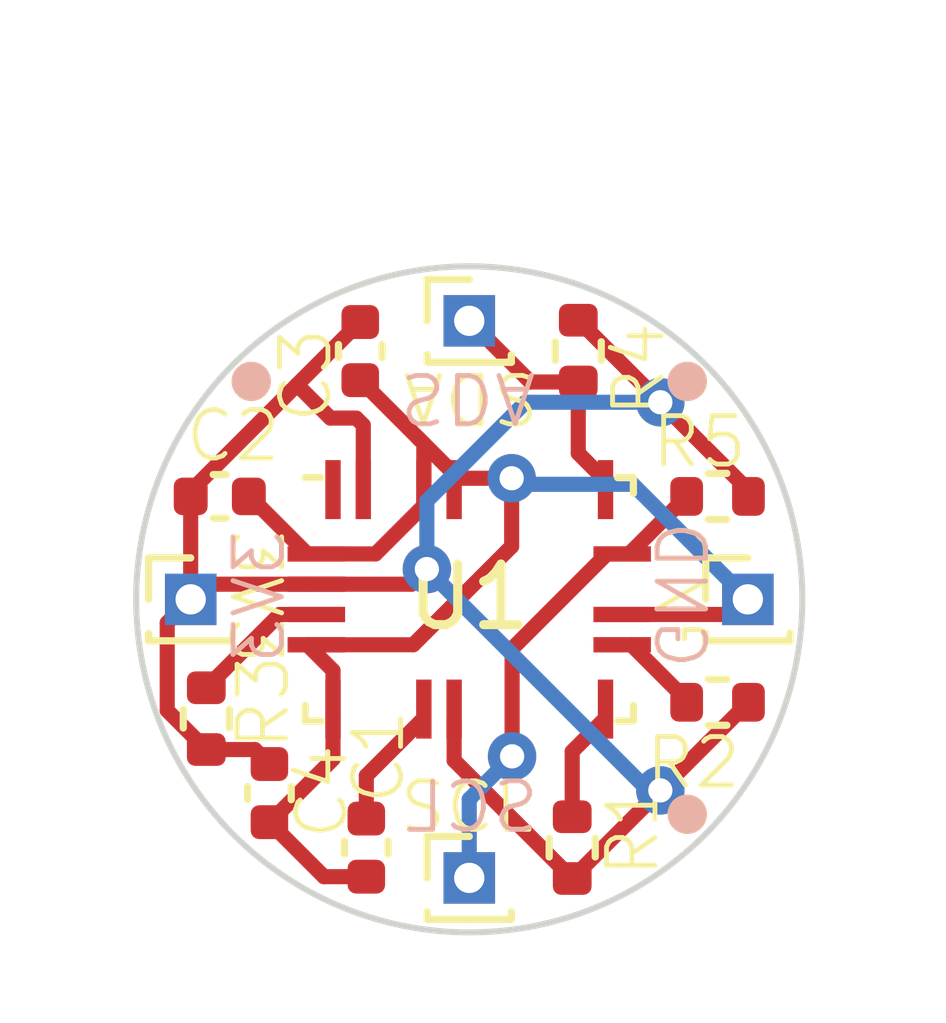
<source format=kicad_pcb>
(kicad_pcb (version 20221018) (generator pcbnew)
  (title_block (title "BNO08x Interface Board") (date "2023-08-18") (comment 1 "Author: Toby Godfey"))
  (layers (0 "F.Cu" signal) (31 "B.Cu" signal) (34 "B.Paste" user) (35 "F.Paste" user) (36 "B.SilkS" user "B.Silkscreen") (37 "F.SilkS" user "F.Silkscreen") (38 "B.Mask" user) (39 "F.Mask" user) (44 "Edge.Cuts" user))
  (net 0 "")
  (net 1 "GND")
  (net 2 "Net-(U1-CAP)")
  (net 3 "+3.3V")
  (net 4 "Net-(J1-Pin_1)")
  (net 5 "Net-(J2-Pin_1)")
  (net 6 "Net-(U1-ENV_SCL)")
  (net 7 "Net-(U1-ENV_SDA)")
  (net 8 "Net-(U1-BOOTN)")
  (footprint "Connector_PinHeader_1.00mm:PinHeader_1x01_P1.00mm_Vertical" (layer "F.Cu") (at 148.5 101.8)
    (fp_text reference "J3" hide)
    (fp_text value "PIN_3V3")
    (fp_line (start -0.695 -0.685) (end 0 -0.685) (stroke (width 0.12)) (layer "F.SilkS"))
    (fp_line (start -0.695 0) (end -0.695 -0.685) (stroke (width 0.12)) (layer "F.SilkS"))
    (fp_line (start -0.695 0.685) (end -0.695 0.56) (stroke (width 0.12)) (layer "F.SilkS"))
    (fp_line (start -0.695 0.685) (end -0.608276 0.685) (stroke (width 0.12)) (layer "F.SilkS"))
    (fp_line (start -0.695 0.685) (end 0.695 0.685) (stroke (width 0.12)) (layer "F.SilkS"))
    (fp_line (start 0.608276 0.685) (end 0.695 0.685) (stroke (width 0.12)) (layer "F.SilkS"))
    (fp_line (start 0.695 0.685) (end 0.695 0.56) (stroke (width 0.12)) (layer "F.SilkS"))
    (pad "1" thru_hole rect (at 0 0) (size 0.85 0.85) (drill 0.5) (layers "*.Cu" "*.Mask") (net 3 "+3.3V"))
  )
  (footprint "Resistor_SMD:R_0402_1005Metric" (layer "F.Cu") (at 154.8 105.9 90)
    (fp_text reference "R1" (at 0.3 1 90) (layer "F.SilkS") (effects (font (size 0.8 0.8) (thickness 0.08))))
    (fp_text value "2.2k")
    (fp_line (start -0.153641 -0.38) (end 0.153641 -0.38) (stroke (width 0.12)) (layer "F.SilkS"))
    (fp_line (start -0.153641 0.38) (end 0.153641 0.38) (stroke (width 0.12)) (layer "F.SilkS"))
    (pad "1" smd roundrect (at -0.51 0 90) (size 0.54 0.64) (layers "F.Cu" "F.Paste" "F.Mask") (net 3 "+3.3V"))
    (pad "2" smd roundrect (at 0.51 0 90) (size 0.54 0.64) (layers "F.Cu" "F.Paste" "F.Mask") (net 6 "Net-(U1-ENV_SCL)"))
  )
  (footprint "Capacitor_SMD:C_0402_1005Metric" (layer "F.Cu") (at 149.8 105 90)
    (fp_text reference "C4" (at 0.019168 0.865749 90) (layer "F.SilkS") (effects (font (size 0.8 0.8) (thickness 0.08))))
    (fp_text value "100nF")
    (fp_line (start -0.107836 -0.36) (end 0.107836 -0.36) (stroke (width 0.12)) (layer "F.SilkS"))
    (fp_line (start -0.107836 0.36) (end 0.107836 0.36) (stroke (width 0.12)) (layer "F.SilkS"))
    (pad "1" smd roundrect (at -0.48 0 90) (size 0.56 0.62) (layers "F.Cu" "F.Paste" "F.Mask") (net 1 "GND"))
    (pad "2" smd roundrect (at 0.48 0 90) (size 0.56 0.62) (layers "F.Cu" "F.Paste" "F.Mask") (net 3 "+3.3V"))
  )
  (footprint "Connector_PinHeader_1.00mm:PinHeader_1x01_P1.00mm_Vertical" (layer "F.Cu") (at 153.1 106.4)
    (fp_text reference "J2" hide)
    (fp_text value "PIN_SCL")
    (fp_line (start -0.695 -0.685) (end 0 -0.685) (stroke (width 0.12)) (layer "F.SilkS"))
    (fp_line (start -0.695 0) (end -0.695 -0.685) (stroke (width 0.12)) (layer "F.SilkS"))
    (fp_line (start -0.695 0.685) (end -0.695 0.56) (stroke (width 0.12)) (layer "F.SilkS"))
    (fp_line (start -0.695 0.685) (end -0.608276 0.685) (stroke (width 0.12)) (layer "F.SilkS"))
    (fp_line (start -0.695 0.685) (end 0.695 0.685) (stroke (width 0.12)) (layer "F.SilkS"))
    (fp_line (start 0.608276 0.685) (end 0.695 0.685) (stroke (width 0.12)) (layer "F.SilkS"))
    (fp_line (start 0.695 0.685) (end 0.695 0.56) (stroke (width 0.12)) (layer "F.SilkS"))
    (pad "1" thru_hole rect (at 0 0) (size 0.85 0.85) (drill 0.5) (layers "*.Cu" "*.Mask") (net 5 "Net-(J2-Pin_1)"))
  )
  (footprint "Resistor_SMD:R_0402_1005Metric" (layer "F.Cu") (at 157.2 103.5)
    (fp_text reference "R2" (at -0.4 1) (layer "F.SilkS") (effects (font (size 0.8 0.8) (thickness 0.08))))
    (fp_text value "2.2k")
    (fp_line (start -0.153641 -0.38) (end 0.153641 -0.38) (stroke (width 0.12)) (layer "F.SilkS"))
    (fp_line (start -0.153641 0.38) (end 0.153641 0.38) (stroke (width 0.12)) (layer "F.SilkS"))
    (pad "1" smd roundrect (at -0.51 0) (size 0.54 0.64) (layers "F.Cu" "F.Paste" "F.Mask") (net 7 "Net-(U1-ENV_SDA)"))
    (pad "2" smd roundrect (at 0.51 0) (size 0.54 0.64) (layers "F.Cu" "F.Paste" "F.Mask") (net 3 "+3.3V"))
  )
  (footprint "Resistor_SMD:R_0402_1005Metric" (layer "F.Cu") (at 157.2 100.1)
    (fp_text reference "R5" (at -0.3 -0.9) (layer "F.SilkS") (effects (font (size 0.8 0.8) (thickness 0.08))))
    (fp_text value "2.2k")
    (fp_line (start -0.153641 -0.38) (end 0.153641 -0.38) (stroke (width 0.12)) (layer "F.SilkS"))
    (fp_line (start -0.153641 0.38) (end 0.153641 0.38) (stroke (width 0.12)) (layer "F.SilkS"))
    (pad "1" smd roundrect (at -0.51 0) (size 0.54 0.64) (layers "F.Cu" "F.Paste" "F.Mask") (net 5 "Net-(J2-Pin_1)"))
    (pad "2" smd roundrect (at 0.51 0) (size 0.54 0.64) (layers "F.Cu" "F.Paste" "F.Mask") (net 3 "+3.3V"))
  )
  (footprint "Resistor_SMD:R_0402_1005Metric" (layer "F.Cu") (at 154.9 97.7 -90)
    (fp_text reference "R4" (at 0.3 -1 90) (layer "F.SilkS") (effects (font (size 0.8 0.8) (thickness 0.08))))
    (fp_text value "2.2k")
    (fp_line (start -0.153641 -0.38) (end 0.153641 -0.38) (stroke (width 0.12)) (layer "F.SilkS"))
    (fp_line (start -0.153641 0.38) (end 0.153641 0.38) (stroke (width 0.12)) (layer "F.SilkS"))
    (pad "1" smd roundrect (at -0.51 0 270) (size 0.54 0.64) (layers "F.Cu" "F.Paste" "F.Mask") (net 3 "+3.3V"))
    (pad "2" smd roundrect (at 0.51 0 270) (size 0.54 0.64) (layers "F.Cu" "F.Paste" "F.Mask") (net 4 "Net-(J1-Pin_1)"))
  )
  (footprint "Resistor_SMD:R_0402_1005Metric" (layer "F.Cu") (at 148.757442 103.770205 -90)
    (fp_text reference "R3" (at -0.270205 -0.942558 -90) (layer "F.SilkS") (effects (font (size 0.8 0.8) (thickness 0.08))))
    (fp_text value "10k")
    (fp_line (start -0.153641 -0.38) (end 0.153641 -0.38) (stroke (width 0.12)) (layer "F.SilkS"))
    (fp_line (start -0.153641 0.38) (end 0.153641 0.38) (stroke (width 0.12)) (layer "F.SilkS"))
    (pad "1" smd roundrect (at -0.51 0 270) (size 0.54 0.64) (layers "F.Cu" "F.Paste" "F.Mask") (net 8 "Net-(U1-BOOTN)"))
    (pad "2" smd roundrect (at 0.51 0 270) (size 0.54 0.64) (layers "F.Cu" "F.Paste" "F.Mask") (net 3 "+3.3V"))
  )
  (footprint "Capacitor_SMD:C_0402_1005Metric" (layer "F.Cu") (at 148.98 100.1)
    (fp_text reference "C2" (at 0.22 -1) (layer "F.SilkS") (effects (font (size 0.8 0.8) (thickness 0.08))))
    (fp_text value "10nF")
    (fp_line (start -0.107836 -0.36) (end 0.107836 -0.36) (stroke (width 0.12)) (layer "F.SilkS"))
    (fp_line (start -0.107836 0.36) (end 0.107836 0.36) (stroke (width 0.12)) (layer "F.SilkS"))
    (pad "1" smd roundrect (at -0.48 0) (size 0.56 0.62) (layers "F.Cu" "F.Paste" "F.Mask") (net 3 "+3.3V"))
    (pad "2" smd roundrect (at 0.48 0) (size 0.56 0.62) (layers "F.Cu" "F.Paste" "F.Mask") (net 1 "GND"))
  )
  (footprint "Capacitor_SMD:C_0402_1005Metric" (layer "F.Cu") (at 151.4 105.9 90)
    (fp_text reference "C1" (at 1.5 0.2 270) (layer "F.SilkS") (effects (font (size 0.8 0.8) (thickness 0.08))))
    (fp_text value "100nF")
    (fp_line (start -0.107836 -0.36) (end 0.107836 -0.36) (stroke (width 0.12)) (layer "F.SilkS"))
    (fp_line (start -0.107836 0.36) (end 0.107836 0.36) (stroke (width 0.12)) (layer "F.SilkS"))
    (pad "1" smd roundrect (at -0.48 0 90) (size 0.56 0.62) (layers "F.Cu" "F.Paste" "F.Mask") (net 1 "GND"))
    (pad "2" smd roundrect (at 0.48 0 90) (size 0.56 0.62) (layers "F.Cu" "F.Paste" "F.Mask") (net 2 "Net-(U1-CAP)"))
  )
  (footprint "Connector_PinHeader_1.00mm:PinHeader_1x01_P1.00mm_Vertical" (layer "F.Cu") (at 153.1 97.2)
    (fp_text reference "J1" hide)
    (fp_text value "PIN_SDA")
    (fp_line (start -0.695 -0.685) (end 0 -0.685) (stroke (width 0.12)) (layer "F.SilkS"))
    (fp_line (start -0.695 0) (end -0.695 -0.685) (stroke (width 0.12)) (layer "F.SilkS"))
    (fp_line (start -0.695 0.685) (end -0.695 0.56) (stroke (width 0.12)) (layer "F.SilkS"))
    (fp_line (start -0.695 0.685) (end -0.608276 0.685) (stroke (width 0.12)) (layer "F.SilkS"))
    (fp_line (start -0.695 0.685) (end 0.695 0.685) (stroke (width 0.12)) (layer "F.SilkS"))
    (fp_line (start 0.608276 0.685) (end 0.695 0.685) (stroke (width 0.12)) (layer "F.SilkS"))
    (fp_line (start 0.695 0.685) (end 0.695 0.56) (stroke (width 0.12)) (layer "F.SilkS"))
    (pad "1" thru_hole rect (at 0 0) (size 0.85 0.85) (drill 0.5) (layers "*.Cu" "*.Mask") (net 4 "Net-(J1-Pin_1)"))
  )
  (footprint "Package_LGA:LGA-28_5.2x3.8mm_P0.5mm" (layer "F.Cu") (at 153.1 101.8)
    (fp_text reference "U1" (at 0 -0.0375) (layer "F.SilkS"))
    (fp_text value "~")
    (fp_line (start -2.71 -2.01) (end -2.45 -2.01) (stroke (width 0.12)) (layer "F.SilkS"))
    (fp_line (start -2.71 2.01) (end -2.71 1.75) (stroke (width 0.12)) (layer "F.SilkS"))
    (fp_line (start -2.71 2.01) (end -2.45 2.01) (stroke (width 0.12)) (layer "F.SilkS"))
    (fp_line (start 2.71 -2.01) (end 2.45 -2.01) (stroke (width 0.12)) (layer "F.SilkS"))
    (fp_line (start 2.71 -2.01) (end 2.71 -1.75) (stroke (width 0.12)) (layer "F.SilkS"))
    (fp_line (start 2.71 2.01) (end 2.45 2.01) (stroke (width 0.12)) (layer "F.SilkS"))
    (fp_line (start 2.71 2.01) (end 2.71 1.75) (stroke (width 0.12)) (layer "F.SilkS"))
    (pad "1" smd rect (at -2.25 -1.8125) (size 0.254 0.975) (layers "F.Cu" "F.Paste" "F.Mask"))
    (pad "2" smd rect (at -2.525 -0.75 90) (size 0.254 0.95) (layers "F.Cu" "F.Paste" "F.Mask") (net 1 "GND"))
    (pad "3" smd rect (at -2.525 -0.25 90) (size 0.254 0.95) (layers "F.Cu" "F.Paste" "F.Mask") (net 3 "+3.3V"))
    (pad "4" smd rect (at -2.525 0.25 90) (size 0.254 0.95) (layers "F.Cu" "F.Paste" "F.Mask") (net 8 "Net-(U1-BOOTN)"))
    (pad "5" smd rect (at -2.525 0.75 90) (size 0.254 0.95) (layers "F.Cu" "F.Paste" "F.Mask") (net 1 "GND"))
    (pad "6" smd rect (at -2.25 1.8125) (size 0.254 0.975) (layers "F.Cu" "F.Paste" "F.Mask") (net 1 "GND"))
    (pad "9" smd rect (at -0.75 1.8125) (size 0.254 0.975) (layers "F.Cu" "F.Paste" "F.Mask") (net 2 "Net-(U1-CAP)"))
    (pad "10" smd rect (at -0.25 1.8125) (size 0.254 0.975) (layers "F.Cu" "F.Paste" "F.Mask") (net 3 "+3.3V"))
    (pad "15" smd rect (at 2.25 1.8125) (size 0.254 0.975) (layers "F.Cu" "F.Paste" "F.Mask") (net 6 "Net-(U1-ENV_SCL)"))
    (pad "16" smd rect (at 2.525 0.75 90) (size 0.254 0.95) (layers "F.Cu" "F.Paste" "F.Mask") (net 7 "Net-(U1-ENV_SDA)"))
    (pad "17" smd rect (at 2.525 0.25 90) (size 0.254 0.95) (layers "F.Cu" "F.Paste" "F.Mask") (net 1 "GND"))
    (pad "19" smd rect (at 2.525 -0.75 90) (size 0.254 0.95) (layers "F.Cu" "F.Paste" "F.Mask") (net 5 "Net-(J2-Pin_1)"))
    (pad "20" smd rect (at 2.25 -1.8125) (size 0.254 0.975) (layers "F.Cu" "F.Paste" "F.Mask") (net 4 "Net-(J1-Pin_1)"))
    (pad "25" smd rect (at -0.25 -1.8125) (size 0.254 0.975) (layers "F.Cu" "F.Paste" "F.Mask") (net 1 "GND"))
    (pad "26" smd rect (at -0.75 -1.8125) (size 0.254 0.975) (layers "F.Cu" "F.Paste" "F.Mask") (net 1 "GND"))
    (pad "28" smd rect (at -1.75 -1.8125) (size 0.254 0.975) (layers "F.Cu" "F.Paste" "F.Mask") (net 3 "+3.3V"))
  )
  (footprint "Connector_PinHeader_1.00mm:PinHeader_1x01_P1.00mm_Vertical" (layer "F.Cu") (at 157.7 101.8)
    (fp_text reference "J4" hide)
    (fp_text value "PIN_GND")
    (fp_line (start -0.695 -0.685) (end 0 -0.685) (stroke (width 0.12)) (layer "F.SilkS"))
    (fp_line (start -0.695 0) (end -0.695 -0.685) (stroke (width 0.12)) (layer "F.SilkS"))
    (fp_line (start -0.695 0.685) (end -0.695 0.56) (stroke (width 0.12)) (layer "F.SilkS"))
    (fp_line (start -0.695 0.685) (end -0.608276 0.685) (stroke (width 0.12)) (layer "F.SilkS"))
    (fp_line (start -0.695 0.685) (end 0.695 0.685) (stroke (width 0.12)) (layer "F.SilkS"))
    (fp_line (start 0.608276 0.685) (end 0.695 0.685) (stroke (width 0.12)) (layer "F.SilkS"))
    (fp_line (start 0.695 0.685) (end 0.695 0.56) (stroke (width 0.12)) (layer "F.SilkS"))
    (pad "1" thru_hole rect (at 0 0) (size 0.85 0.85) (drill 0.5) (layers "*.Cu" "*.Mask") (net 1 "GND"))
  )
  (footprint "Capacitor_SMD:C_0402_1005Metric" (layer "F.Cu") (at 151.3 97.7 90)
    (fp_text reference "C3" (at -0.4 -0.9 90) (layer "F.SilkS") (effects (font (size 0.8 0.8) (thickness 0.08))))
    (fp_text value "100nF")
    (fp_line (start -0.107836 -0.36) (end 0.107836 -0.36) (stroke (width 0.12)) (layer "F.SilkS"))
    (fp_line (start -0.107836 0.36) (end 0.107836 0.36) (stroke (width 0.12)) (layer "F.SilkS"))
    (pad "1" smd roundrect (at -0.48 0 90) (size 0.56 0.62) (layers "F.Cu" "F.Paste" "F.Mask") (net 1 "GND"))
    (pad "2" smd roundrect (at 0.48 0 90) (size 0.56 0.62) (layers "F.Cu" "F.Paste" "F.Mask") (net 3 "+3.3V"))
  )
  (gr_circle (center 149.5 98.2) (end 149.75 98.2) (stroke (width 0.15)) (fill solid) (layer "B.SilkS"))
  (gr_circle (center 156.7 98.2) (end 156.95 98.2) (stroke (width 0.15)) (fill solid) (layer "B.SilkS"))
  (gr_circle (center 156.7 105.35) (end 156.95 105.35) (stroke (width 0.15)) (fill solid) (layer "B.SilkS"))
  (gr_circle (center 156.7 105.35) (end 156.95 105.35) (stroke (width 0.15)) (fill solid) (layer "F.SilkS"))
  (gr_circle (center 156.7 98.2) (end 156.95 98.2) (stroke (width 0.15)) (fill solid) (layer "F.SilkS"))
  (gr_circle (center 149.5 98.2) (end 149.75 98.2) (stroke (width 0.15)) (fill solid) (layer "F.SilkS"))
  (gr_circle (center 153.1 101.8) (end 158.6 101.8) (stroke (width 0.1)) (fill none) (layer "Edge.Cuts"))
  (gr_text "3V3" (at 150.1 100.6 -270) (layer "B.SilkS") (effects (font (size 0.8 0.8) (thickness 0.08)) (justify left bottom mirror)))
  (gr_text "GND" (at 156.1 103 -90) (layer "B.SilkS") (effects (font (size 0.8 0.8) (thickness 0.08)) (justify left bottom mirror)))
  (gr_text "SCL" (at 154.3 105.7) (layer "B.SilkS") (effects (font (size 0.8 0.8) (thickness 0.08)) (justify left bottom mirror)))
  (gr_text "SDA" (at 151.9 98 -180) (layer "B.SilkS") (effects (font (size 0.8 0.8) (thickness 0.08)) (justify left bottom mirror)))
  (gr_text "3V3" (at 149.1 100.6 270) (layer "F.SilkS") (effects (font (size 0.8 0.8) (thickness 0.08)) (justify left bottom)))
  (gr_text "SCL" (at 151.9 105.7) (layer "F.SilkS") (effects (font (size 0.8 0.8) (thickness 0.08)) (justify left bottom)))
  (gr_text "SDA" (at 154.3 98 180) (layer "F.SilkS") (effects (font (size 0.8 0.8) (thickness 0.08)) (justify left bottom)))
  (gr_text "GND" (at 157.1 103 90) (layer "F.SilkS") (effects (font (size 0.8 0.8) (thickness 0.08)) (justify left bottom)))
  (segment (start 152.8875 99.8) (end 152.85 99.8375) (width 0.25) (layer "F.Cu") (net 1))
  (segment (start 152.35 99.23) (end 152.35 99.8375) (width 0.25) (layer "F.Cu") (net 1))
  (segment (start 153.8 100.925305) (end 152.175305 102.55) (width 0.25) (layer "F.Cu") (net 1))
  (segment (start 157.45 102.05) (end 157.7 101.8) (width 0.25) (layer "F.Cu") (net 1))
  (segment (start 150.7 106.38) (end 151.4 106.38) (width 0.25) (layer "F.Cu") (net 1))
  (segment (start 152.85 99.8375) (end 152.85 99.73) (width 0.25) (layer "F.Cu") (net 1))
  (segment (start 152.85 99.73) (end 152.26 99.14) (width 0.25) (layer "F.Cu") (net 1))
  (segment (start 149.46 100.1) (end 149.475 100.1) (width 0.25) (layer "F.Cu") (net 1))
  (segment (start 149.807609 105.48) (end 150.85 104.437609) (width 0.25) (layer "F.Cu") (net 1))
  (segment (start 153.8 99.8) (end 153.8 100.925305) (width 0.25) (layer "F.Cu") (net 1))
  (segment (start 149.475 100.1) (end 150.425 101.05) (width 0.25) (layer "F.Cu") (net 1))
  (segment (start 151.552 101.05) (end 152.35 100.252) (width 0.25) (layer "F.Cu") (net 1))
  (segment (start 153.8 99.8) (end 152.8875 99.8) (width 0.25) (layer "F.Cu") (net 1))
  (segment (start 152.26 99.14) (end 152.35 99.23) (width 0.25) (layer "F.Cu") (net 1))
  (segment (start 152.175305 102.55) (end 150.425 102.55) (width 0.25) (layer "F.Cu") (net 1))
  (segment (start 150.85 104.437609) (end 150.85 103.7625) (width 0.25) (layer "F.Cu") (net 1))
  (segment (start 149.8 105.48) (end 150.7 106.38) (width 0.25) (layer "F.Cu") (net 1))
  (segment (start 150.85 103.7625) (end 150.85 102.975) (width 0.25) (layer "F.Cu") (net 1))
  (segment (start 150.85 102.975) (end 150.425 102.55) (width 0.25) (layer "F.Cu") (net 1))
  (segment (start 151.3 98.18) (end 152.26 99.14) (width 0.25) (layer "F.Cu") (net 1))
  (segment (start 149.8 105.48) (end 149.807609 105.48) (width 0.25) (layer "F.Cu") (net 1))
  (segment (start 155.775 102.05) (end 157.45 102.05) (width 0.25) (layer "F.Cu") (net 1))
  (segment (start 150.425 101.05) (end 151.552 101.05) (width 0.25) (layer "F.Cu") (net 1))
  (segment (start 152.35 100.252) (end 152.35 99.8375) (width 0.25) (layer "F.Cu") (net 1))
  (via (at 153.8 99.8) (size 0.8) (drill 0.4) (layers "F.Cu" "B.Cu") (net 1))
  (segment (start 155.8 99.9) (end 155.2 99.9) (width 0.25) (layer "B.Cu") (net 1))
  (segment (start 155.2 99.9) (end 153.9 99.9) (width 0.25) (layer "B.Cu") (net 1))
  (segment (start 153.9 99.9) (end 153.8 99.8) (width 0.25) (layer "B.Cu") (net 1))
  (segment (start 157.7 101.8) (end 155.8 99.9) (width 0.25) (layer "B.Cu") (net 1))
  (segment (start 151.4 104.7125) (end 152.35 103.7625) (width 0.25) (layer "F.Cu") (net 2))
  (segment (start 151.4 105.42) (end 151.4 104.7125) (width 0.25) (layer "F.Cu") (net 2))
  (segment (start 151.3 97.22) (end 151.292391 97.22) (width 0.25) (layer "F.Cu") (net 3))
  (segment (start 148.75 101.55) (end 148.5 101.8) (width 0.25) (layer "F.Cu") (net 3))
  (segment (start 151.292391 97.22) (end 150.256195 98.256195) (width 0.25) (layer "F.Cu") (net 3))
  (segment (start 148.5 100.012391) (end 148.5 100.1) (width 0.25) (layer "F.Cu") (net 3))
  (segment (start 149.560205 104.280205) (end 149.8 104.52) (width 0.25) (layer "F.Cu") (net 3))
  (segment (start 151.35 98.923) (end 151.233196 98.806196) (width 0.25) (layer "F.Cu") (net 3))
  (segment (start 157.71 100.1) (end 157.71 100) (width 0.25) (layer "F.Cu") (net 3))
  (segment (start 151.35 99.8375) (end 151.35 98.923) (width 0.25) (layer "F.Cu") (net 3))
  (segment (start 150.425 101.55) (end 148.75 101.55) (width 0.25) (layer "F.Cu") (net 3))
  (segment (start 152.15 101.55) (end 152.4 101.3) (width 0.25) (layer "F.Cu") (net 3))
  (segment (start 152.85 103.7625) (end 152.85 104.46) (width 0.25) (layer "F.Cu") (net 3))
  (segment (start 148.112442 103.635205) (end 148.112442 102.187558) (width 0.25) (layer "F.Cu") (net 3))
  (segment (start 148.757442 104.280205) (end 148.112442 103.635205) (width 0.25) (layer "F.Cu") (net 3))
  (segment (start 150.425 101.55) (end 152.15 101.55) (width 0.25) (layer "F.Cu") (net 3))
  (segment (start 151.233196 98.806196) (end 150.806196 98.806196) (width 0.25) (layer "F.Cu") (net 3))
  (segment (start 154.8 106.41) (end 156.255 104.955) (width 0.25) (layer "F.Cu") (net 3))
  (segment (start 152.85 104.46) (end 154.8 106.41) (width 0.25) (layer "F.Cu") (net 3))
  (segment (start 156.255 98.545) (end 154.9 97.19) (width 0.25) (layer "F.Cu") (net 3))
  (segment (start 148.5 100.1) (end 148.5 101.8) (width 0.25) (layer "F.Cu") (net 3))
  (segment (start 148.112442 102.187558) (end 148.5 101.8) (width 0.25) (layer "F.Cu") (net 3))
  (segment (start 150.806196 98.806196) (end 150.256195 98.256195) (width 0.25) (layer "F.Cu") (net 3))
  (segment (start 150.256195 98.256195) (end 148.5 100.012391) (width 0.25) (layer "F.Cu") (net 3))
  (segment (start 157.71 100) (end 156.255 98.545) (width 0.25) (layer "F.Cu") (net 3))
  (segment (start 148.757442 104.280205) (end 149.560205 104.280205) (width 0.25) (layer "F.Cu") (net 3))
  (segment (start 156.255 104.955) (end 157.71 103.5) (width 0.25) (layer "F.Cu") (net 3))
  (via (at 156.255 104.955) (size 0.8) (drill 0.4) (layers "F.Cu" "B.Cu") (net 3))
  (via (at 152.4 101.3) (size 0.8) (drill 0.4) (layers "F.Cu" "B.Cu") (net 3))
  (via (at 156.255 98.545) (size 0.8) (drill 0.4) (layers "F.Cu" "B.Cu") (net 3))
  (segment (start 152.4 101.3) (end 156.055 104.955) (width 0.25) (layer "B.Cu") (net 3))
  (segment (start 152.4 101.3) (end 152.4 100.174695) (width 0.25) (layer "B.Cu") (net 3))
  (segment (start 156.055 104.955) (end 156.255 104.955) (width 0.25) (layer "B.Cu") (net 3))
  (segment (start 154.029695 98.545) (end 156.255 98.545) (width 0.25) (layer "B.Cu") (net 3))
  (segment (start 152.4 100.174695) (end 154.029695 98.545) (width 0.25) (layer "B.Cu") (net 3))
  (segment (start 154.11 98.21) (end 153.1 97.2) (width 0.25) (layer "F.Cu") (net 4))
  (segment (start 154.9 99.3875) (end 155.35 99.8375) (width 0.25) (layer "F.Cu") (net 4))
  (segment (start 154.9 98.21) (end 154.11 98.21) (width 0.25) (layer "F.Cu") (net 4))
  (segment (start 154.9 98.21) (end 154.9 99.3875) (width 0.25) (layer "F.Cu") (net 4))
  (segment (start 155.373 101.05) (end 155.775 101.05) (width 0.25) (layer "F.Cu") (net 5))
  (segment (start 153.807299 102.615701) (end 155.373 101.05) (width 0.25) (layer "F.Cu") (net 5))
  (segment (start 153.807299 104.392701) (end 153.807299 102.615701) (width 0.25) (layer "F.Cu") (net 5))
  (segment (start 155.775 101.05) (end 155.775 101.015) (width 0.25) (layer "F.Cu") (net 5))
  (segment (start 155.775 101.015) (end 156.69 100.1) (width 0.25) (layer "F.Cu") (net 5))
  (via (at 153.807299 104.392701) (size 0.8) (drill 0.4) (layers "F.Cu" "B.Cu") (net 5))
  (segment (start 153.1 105.1) (end 153.1 106.4) (width 0.25) (layer "B.Cu") (net 5))
  (segment (start 153.807299 104.392701) (end 153.1 105.1) (width 0.25) (layer "B.Cu") (net 5))
  (segment (start 154.8 105.39) (end 154.8 104.3125) (width 0.25) (layer "F.Cu") (net 6))
  (segment (start 154.8 104.3125) (end 155.35 103.7625) (width 0.25) (layer "F.Cu") (net 6))
  (segment (start 156.69 103.5) (end 156.69 103.465) (width 0.25) (layer "F.Cu") (net 7))
  (segment (start 156.69 103.465) (end 155.775 102.55) (width 0.25) (layer "F.Cu") (net 7))
  (segment (start 149.967647 102.05) (end 150.575 102.05) (width 0.25) (layer "F.Cu") (net 8))
  (segment (start 148.757442 103.260205) (end 149.967647 102.05) (width 0.25) (layer "F.Cu") (net 8))
)
</source>
